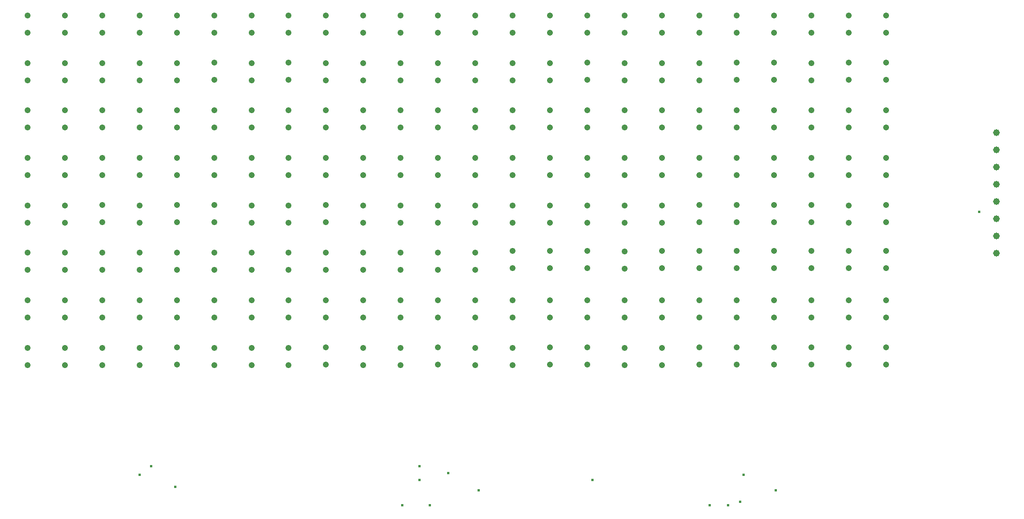
<source format=gbr>
%TF.GenerationSoftware,KiCad,Pcbnew,7.0.10-7.0.10~ubuntu22.04.1*%
%TF.CreationDate,2024-03-22T22:41:16+05:30*%
%TF.ProjectId,LEd_Display,4c45645f-4469-4737-906c-61792e6b6963,rev?*%
%TF.SameCoordinates,Original*%
%TF.FileFunction,Plated,1,2,PTH,Drill*%
%TF.FilePolarity,Positive*%
%FSLAX46Y46*%
G04 Gerber Fmt 4.6, Leading zero omitted, Abs format (unit mm)*
G04 Created by KiCad (PCBNEW 7.0.10-7.0.10~ubuntu22.04.1) date 2024-03-22 22:41:16*
%MOMM*%
%LPD*%
G01*
G04 APERTURE LIST*
%TA.AperFunction,ViaDrill*%
%ADD10C,0.400000*%
%TD*%
%TA.AperFunction,ComponentDrill*%
%ADD11C,0.900000*%
%TD*%
%TA.AperFunction,ComponentDrill*%
%ADD12C,1.000000*%
%TD*%
G04 APERTURE END LIST*
D10*
X99250000Y-117500000D03*
X101000000Y-116250000D03*
X104500000Y-119250000D03*
X138000000Y-122000000D03*
X140500000Y-116250000D03*
X140500000Y-118250000D03*
X142000000Y-122000000D03*
X144750000Y-117250000D03*
X149250000Y-119750000D03*
X166000000Y-118250000D03*
X183250000Y-122000000D03*
X186000000Y-122000000D03*
X187750000Y-121500000D03*
X188250000Y-117500000D03*
X193000000Y-119750000D03*
X223000000Y-78750000D03*
D11*
%TO.C,D1*%
X82750000Y-49775000D03*
X82750000Y-52315000D03*
%TO.C,D2*%
X82750000Y-56775000D03*
X82750000Y-59315000D03*
%TO.C,D3*%
X82750000Y-63775000D03*
X82750000Y-66315000D03*
%TO.C,D4*%
X82750000Y-70775000D03*
X82750000Y-73315000D03*
%TO.C,D5*%
X82750000Y-77775000D03*
X82750000Y-80315000D03*
%TO.C,D6*%
X82750000Y-84775000D03*
X82750000Y-87315000D03*
%TO.C,D7*%
X82750000Y-91775000D03*
X82750000Y-94315000D03*
%TO.C,D8*%
X82750000Y-98775000D03*
X82750000Y-101315000D03*
%TO.C,D9*%
X88250000Y-49775000D03*
X88250000Y-52315000D03*
%TO.C,D10*%
X88250000Y-56775000D03*
X88250000Y-59315000D03*
%TO.C,D11*%
X88250000Y-63775000D03*
X88250000Y-66315000D03*
%TO.C,D12*%
X88250000Y-70775000D03*
X88250000Y-73315000D03*
%TO.C,D13*%
X88250000Y-77775000D03*
X88250000Y-80315000D03*
%TO.C,D14*%
X88250000Y-84775000D03*
X88250000Y-87315000D03*
%TO.C,D15*%
X88250000Y-91775000D03*
X88250000Y-94315000D03*
%TO.C,D16*%
X88250000Y-98775000D03*
X88250000Y-101315000D03*
%TO.C,D17*%
X93750000Y-49775000D03*
X93750000Y-52315000D03*
%TO.C,D18*%
X93750000Y-56775000D03*
X93750000Y-59315000D03*
%TO.C,D19*%
X93750000Y-63775000D03*
X93750000Y-66315000D03*
%TO.C,D20*%
X93750000Y-70775000D03*
X93750000Y-73315000D03*
%TO.C,D21*%
X93750000Y-77750000D03*
X93750000Y-80290000D03*
%TO.C,D22*%
X93750000Y-84775000D03*
X93750000Y-87315000D03*
%TO.C,D23*%
X93750000Y-91775000D03*
X93750000Y-94315000D03*
%TO.C,D24*%
X93750000Y-98775000D03*
X93750000Y-101315000D03*
%TO.C,D25*%
X99250000Y-49775000D03*
X99250000Y-52315000D03*
%TO.C,D26*%
X99250000Y-56775000D03*
X99250000Y-59315000D03*
%TO.C,D27*%
X99250000Y-63775000D03*
X99250000Y-66315000D03*
%TO.C,D28*%
X99250000Y-70775000D03*
X99250000Y-73315000D03*
%TO.C,D29*%
X99250000Y-77775000D03*
X99250000Y-80315000D03*
%TO.C,D30*%
X99250000Y-84750000D03*
X99250000Y-87290000D03*
%TO.C,D31*%
X99250000Y-91735000D03*
X99250000Y-94275000D03*
%TO.C,D32*%
X99250000Y-98775000D03*
X99250000Y-101315000D03*
%TO.C,D33*%
X104750000Y-49775000D03*
X104750000Y-52315000D03*
%TO.C,D34*%
X104750000Y-56775000D03*
X104750000Y-59315000D03*
%TO.C,D35*%
X104750000Y-63775000D03*
X104750000Y-66315000D03*
%TO.C,D36*%
X104750000Y-70750000D03*
X104750000Y-73290000D03*
%TO.C,D37*%
X104750000Y-77750000D03*
X104750000Y-80290000D03*
%TO.C,D38*%
X104750000Y-84750000D03*
X104750000Y-87290000D03*
%TO.C,D39*%
X104750000Y-91750000D03*
X104750000Y-94290000D03*
%TO.C,D40*%
X104750000Y-98750000D03*
X104750000Y-101290000D03*
%TO.C,D41*%
X110250000Y-49735000D03*
X110250000Y-52275000D03*
%TO.C,D42*%
X110250000Y-56735000D03*
X110250000Y-59275000D03*
%TO.C,D43*%
X110250000Y-63775000D03*
X110250000Y-66315000D03*
%TO.C,D44*%
X110250000Y-70775000D03*
X110250000Y-73315000D03*
%TO.C,D45*%
X110250000Y-77750000D03*
X110250000Y-80290000D03*
%TO.C,D46*%
X110250000Y-84775000D03*
X110250000Y-87315000D03*
%TO.C,D47*%
X110250000Y-91775000D03*
X110250000Y-94315000D03*
%TO.C,D48*%
X110250000Y-98775000D03*
X110250000Y-101315000D03*
%TO.C,D49*%
X115750000Y-49775000D03*
X115750000Y-52315000D03*
%TO.C,D50*%
X115750000Y-56775000D03*
X115750000Y-59315000D03*
%TO.C,D51*%
X115750000Y-63775000D03*
X115750000Y-66315000D03*
%TO.C,D52*%
X115750000Y-70775000D03*
X115750000Y-73315000D03*
%TO.C,D53*%
X115750000Y-77775000D03*
X115750000Y-80315000D03*
%TO.C,D54*%
X115750000Y-84775000D03*
X115750000Y-87315000D03*
%TO.C,D55*%
X115750000Y-91775000D03*
X115750000Y-94315000D03*
%TO.C,D56*%
X115750000Y-98775000D03*
X115750000Y-101315000D03*
%TO.C,D57*%
X121250000Y-49750000D03*
X121250000Y-52290000D03*
%TO.C,D58*%
X121250000Y-56735000D03*
X121250000Y-59275000D03*
%TO.C,D59*%
X121250000Y-63775000D03*
X121250000Y-66315000D03*
%TO.C,D60*%
X121250000Y-70775000D03*
X121250000Y-73315000D03*
%TO.C,D61*%
X121250000Y-77775000D03*
X121250000Y-80315000D03*
%TO.C,D62*%
X121250000Y-84775000D03*
X121250000Y-87315000D03*
%TO.C,D63*%
X121250000Y-91775000D03*
X121250000Y-94315000D03*
%TO.C,D64*%
X121250000Y-98775000D03*
X121250000Y-101315000D03*
%TO.C,D65*%
X126750000Y-49775000D03*
X126750000Y-52315000D03*
%TO.C,D66*%
X126750000Y-56775000D03*
X126750000Y-59315000D03*
%TO.C,D67*%
X126750000Y-63750000D03*
X126750000Y-66290000D03*
%TO.C,D68*%
X126750000Y-70775000D03*
X126750000Y-73315000D03*
%TO.C,D69*%
X126750000Y-77750000D03*
X126750000Y-80290000D03*
%TO.C,D70*%
X126750000Y-84775000D03*
X126750000Y-87315000D03*
%TO.C,D71*%
X126750000Y-91775000D03*
X126750000Y-94315000D03*
%TO.C,D72*%
X126750000Y-98750000D03*
X126750000Y-101290000D03*
%TO.C,D73*%
X132250000Y-49750000D03*
X132250000Y-52290000D03*
%TO.C,D74*%
X132250000Y-56775000D03*
X132250000Y-59315000D03*
%TO.C,D75*%
X132250000Y-63775000D03*
X132250000Y-66315000D03*
%TO.C,D76*%
X132250000Y-70775000D03*
X132250000Y-73315000D03*
%TO.C,D77*%
X132250000Y-77775000D03*
X132250000Y-80315000D03*
%TO.C,D78*%
X132250000Y-84775000D03*
X132250000Y-87315000D03*
%TO.C,D79*%
X132250000Y-91775000D03*
X132250000Y-94315000D03*
%TO.C,D80*%
X132250000Y-98775000D03*
X132250000Y-101315000D03*
%TO.C,D81*%
X137750000Y-49775000D03*
X137750000Y-52315000D03*
%TO.C,D82*%
X137750000Y-56775000D03*
X137750000Y-59315000D03*
%TO.C,D83*%
X137750000Y-63775000D03*
X137750000Y-66315000D03*
%TO.C,D84*%
X137750000Y-70775000D03*
X137750000Y-73315000D03*
%TO.C,D85*%
X137750000Y-77775000D03*
X137750000Y-80315000D03*
%TO.C,D86*%
X137750000Y-84775000D03*
X137750000Y-87315000D03*
%TO.C,D87*%
X137750000Y-91775000D03*
X137750000Y-94315000D03*
%TO.C,D88*%
X137750000Y-98775000D03*
X137750000Y-101315000D03*
%TO.C,D89*%
X143250000Y-49775000D03*
X143250000Y-52315000D03*
%TO.C,D90*%
X143250000Y-56775000D03*
X143250000Y-59315000D03*
%TO.C,D91*%
X143250000Y-63775000D03*
X143250000Y-66315000D03*
%TO.C,D92*%
X143250000Y-70775000D03*
X143250000Y-73315000D03*
%TO.C,D93*%
X143250000Y-77775000D03*
X143250000Y-80315000D03*
%TO.C,D94*%
X143250000Y-84735000D03*
X143250000Y-87275000D03*
%TO.C,D95*%
X143250000Y-91775000D03*
X143250000Y-94315000D03*
%TO.C,D96*%
X143250000Y-98735000D03*
X143250000Y-101275000D03*
%TO.C,D97*%
X148750000Y-49775000D03*
X148750000Y-52315000D03*
%TO.C,D98*%
X148750000Y-56775000D03*
X148750000Y-59315000D03*
%TO.C,D99*%
X148750000Y-63750000D03*
X148750000Y-66290000D03*
%TO.C,D100*%
X148750000Y-70775000D03*
X148750000Y-73315000D03*
%TO.C,D101*%
X148750000Y-77775000D03*
X148750000Y-80315000D03*
%TO.C,D102*%
X148750000Y-84775000D03*
X148750000Y-87315000D03*
%TO.C,D103*%
X148750000Y-91775000D03*
X148750000Y-94315000D03*
%TO.C,D104*%
X148750000Y-98775000D03*
X148750000Y-101315000D03*
%TO.C,D105*%
X154250000Y-49750000D03*
X154250000Y-52290000D03*
%TO.C,D106*%
X154250000Y-56775000D03*
X154250000Y-59315000D03*
%TO.C,D107*%
X154250000Y-63775000D03*
X154250000Y-66315000D03*
%TO.C,D108*%
X154250000Y-70775000D03*
X154250000Y-73315000D03*
%TO.C,D109*%
X154250000Y-77775000D03*
X154250000Y-80315000D03*
%TO.C,D110*%
X154250000Y-84525000D03*
X154250000Y-87065000D03*
%TO.C,D111*%
X154250000Y-91775000D03*
X154250000Y-94315000D03*
%TO.C,D112*%
X154250000Y-98775000D03*
X154250000Y-101315000D03*
%TO.C,D113*%
X159750000Y-49750000D03*
X159750000Y-52290000D03*
%TO.C,D114*%
X159750000Y-56775000D03*
X159750000Y-59315000D03*
%TO.C,D115*%
X159750000Y-63750000D03*
X159750000Y-66290000D03*
%TO.C,D116*%
X159750000Y-70750000D03*
X159750000Y-73290000D03*
%TO.C,D117*%
X159750000Y-77775000D03*
X159750000Y-80315000D03*
%TO.C,D118*%
X159750000Y-84500000D03*
X159750000Y-87040000D03*
%TO.C,D119*%
X159750000Y-91750000D03*
X159750000Y-94290000D03*
%TO.C,D120*%
X159750000Y-98750000D03*
X159750000Y-101290000D03*
%TO.C,D121*%
X165250000Y-49775000D03*
X165250000Y-52315000D03*
%TO.C,D122*%
X165250000Y-56750000D03*
X165250000Y-59290000D03*
%TO.C,D123*%
X165250000Y-63735000D03*
X165250000Y-66275000D03*
%TO.C,D124*%
X165250000Y-70775000D03*
X165250000Y-73315000D03*
%TO.C,D125*%
X165250000Y-77775000D03*
X165250000Y-80315000D03*
%TO.C,D126*%
X165250000Y-84525000D03*
X165250000Y-87065000D03*
%TO.C,D127*%
X165250000Y-91775000D03*
X165250000Y-94315000D03*
%TO.C,D128*%
X165250000Y-98735000D03*
X165250000Y-101275000D03*
%TO.C,D134*%
X170700000Y-84535000D03*
X170700000Y-87075000D03*
%TO.C,D129*%
X170750000Y-49775000D03*
X170750000Y-52315000D03*
%TO.C,D130*%
X170750000Y-56775000D03*
X170750000Y-59315000D03*
%TO.C,D131*%
X170750000Y-63775000D03*
X170750000Y-66315000D03*
%TO.C,D132*%
X170750000Y-70775000D03*
X170750000Y-73315000D03*
%TO.C,D133*%
X170750000Y-77775000D03*
X170750000Y-80315000D03*
%TO.C,D135*%
X170750000Y-91775000D03*
X170750000Y-94315000D03*
%TO.C,D136*%
X170750000Y-98775000D03*
X170750000Y-101315000D03*
%TO.C,D137*%
X176250000Y-49775000D03*
X176250000Y-52315000D03*
%TO.C,D138*%
X176250000Y-56775000D03*
X176250000Y-59315000D03*
%TO.C,D139*%
X176250000Y-63775000D03*
X176250000Y-66315000D03*
%TO.C,D140*%
X176250000Y-70775000D03*
X176250000Y-73315000D03*
%TO.C,D141*%
X176250000Y-77775000D03*
X176250000Y-80315000D03*
%TO.C,D142*%
X176250000Y-84500000D03*
X176250000Y-87040000D03*
%TO.C,D143*%
X176250000Y-91750000D03*
X176250000Y-94290000D03*
%TO.C,D144*%
X176250000Y-98775000D03*
X176250000Y-101315000D03*
%TO.C,D145*%
X181750000Y-49735000D03*
X181750000Y-52275000D03*
%TO.C,D146*%
X181750000Y-56775000D03*
X181750000Y-59315000D03*
%TO.C,D147*%
X181750000Y-63775000D03*
X181750000Y-66315000D03*
%TO.C,D148*%
X181750000Y-70750000D03*
X181750000Y-73290000D03*
%TO.C,D149*%
X181750000Y-77750000D03*
X181750000Y-80290000D03*
%TO.C,D150*%
X181750000Y-84500000D03*
X181750000Y-87040000D03*
%TO.C,D151*%
X181750000Y-91750000D03*
X181750000Y-94290000D03*
%TO.C,D152*%
X181750000Y-98750000D03*
X181750000Y-101290000D03*
%TO.C,D153*%
X187250000Y-49750000D03*
X187250000Y-52290000D03*
%TO.C,D154*%
X187250000Y-56750000D03*
X187250000Y-59290000D03*
%TO.C,D155*%
X187250000Y-63750000D03*
X187250000Y-66290000D03*
%TO.C,D156*%
X187250000Y-70750000D03*
X187250000Y-73290000D03*
%TO.C,D157*%
X187250000Y-77750000D03*
X187250000Y-80290000D03*
%TO.C,D158*%
X187250000Y-84500000D03*
X187250000Y-87040000D03*
%TO.C,D159*%
X187250000Y-91750000D03*
X187250000Y-94290000D03*
%TO.C,D160*%
X187250000Y-98750000D03*
X187250000Y-101290000D03*
%TO.C,D161*%
X192750000Y-49750000D03*
X192750000Y-52290000D03*
%TO.C,D162*%
X192750000Y-56750000D03*
X192750000Y-59290000D03*
%TO.C,D163*%
X192750000Y-63750000D03*
X192750000Y-66290000D03*
%TO.C,D164*%
X192750000Y-70750000D03*
X192750000Y-73290000D03*
%TO.C,D165*%
X192750000Y-77750000D03*
X192750000Y-80290000D03*
%TO.C,D166*%
X192750000Y-84500000D03*
X192750000Y-87040000D03*
%TO.C,D167*%
X192750000Y-91750000D03*
X192750000Y-94290000D03*
%TO.C,D168*%
X192750000Y-98750000D03*
X192750000Y-101290000D03*
%TO.C,D169*%
X198250000Y-49775000D03*
X198250000Y-52315000D03*
%TO.C,D170*%
X198250000Y-56775000D03*
X198250000Y-59315000D03*
%TO.C,D171*%
X198250000Y-63750000D03*
X198250000Y-66290000D03*
%TO.C,D172*%
X198250000Y-70750000D03*
X198250000Y-73290000D03*
%TO.C,D173*%
X198250000Y-77750000D03*
X198250000Y-80290000D03*
%TO.C,D174*%
X198250000Y-84500000D03*
X198250000Y-87040000D03*
%TO.C,D175*%
X198250000Y-91750000D03*
X198250000Y-94290000D03*
%TO.C,D176*%
X198250000Y-98750000D03*
X198250000Y-101290000D03*
%TO.C,D177*%
X203750000Y-49750000D03*
X203750000Y-52290000D03*
%TO.C,D178*%
X203750000Y-56750000D03*
X203750000Y-59290000D03*
%TO.C,D179*%
X203750000Y-63750000D03*
X203750000Y-66290000D03*
%TO.C,D180*%
X203750000Y-70750000D03*
X203750000Y-73290000D03*
%TO.C,D181*%
X203750000Y-77775000D03*
X203750000Y-80315000D03*
%TO.C,D182*%
X203750000Y-84500000D03*
X203750000Y-87040000D03*
%TO.C,D183*%
X203750000Y-91750000D03*
X203750000Y-94290000D03*
%TO.C,D184*%
X203750000Y-98735000D03*
X203750000Y-101275000D03*
%TO.C,D185*%
X209250000Y-49750000D03*
X209250000Y-52290000D03*
%TO.C,D186*%
X209250000Y-56750000D03*
X209250000Y-59290000D03*
%TO.C,D187*%
X209250000Y-63750000D03*
X209250000Y-66290000D03*
%TO.C,D188*%
X209250000Y-70735000D03*
X209250000Y-73275000D03*
%TO.C,D189*%
X209250000Y-77750000D03*
X209250000Y-80290000D03*
%TO.C,D190*%
X209250000Y-84500000D03*
X209250000Y-87040000D03*
%TO.C,D191*%
X209250000Y-91750000D03*
X209250000Y-94290000D03*
%TO.C,D192*%
X209250000Y-98750000D03*
X209250000Y-101290000D03*
D12*
%TO.C,J1*%
X225500000Y-67075000D03*
X225500000Y-69615000D03*
X225500000Y-72155000D03*
X225500000Y-74695000D03*
X225500000Y-77235000D03*
X225500000Y-79775000D03*
X225500000Y-82315000D03*
X225500000Y-84855000D03*
M02*

</source>
